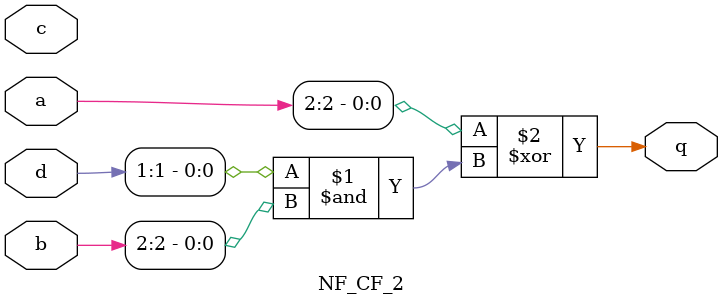
<source format=v>
/*- 
* -----------------------------------------------------------------
* COMPANY : Shandong University
* AUTHOR  : Yanhong Fan, Chaoran Wang, Lixuan Wu, Meiqin Wang
* DOCUMENT: "A Fast Search Method for 3-Share Second-Order Masking Schemes for Lightweight S-Boxes"  
* -----------------------------------------------------------------
* 
* Copyright c 2024, Yanhong Fan, Chaoran Wang, Lixuan Wu, Meiqin Wang
* 
* 
* All rights reserved.
* 
* THIS SOFTWARE IS PROVIDED BY THE COPYRIGHT HOLDERS AND CONTRIBUTORS "AS IS" AND
* ANY EXPRESS OR IMPLIED WARRANTIES, INCLUDING, BUT NOT LIMITED TO, THE IMPLIED
* WARRANTIES OF MERCHANTABILITY AND FITNESS FOR A PARTICULAR PURPOSE ARE
* DISCLAIMED. IN NO EVENT SHALL THE COPYRIGHT HOLDER OR CONTRIBUTERS BE LIABLE FOR ANY
* DIRECT, INDIRECT, INCIDENTAL, SPECIAL, EXEMPLARY, OR CONSEQUENTIAL DAMAGES
* INCLUDING, BUT NOT LIMITED TO, PROCUREMENT OF SUBSTITUTE GOODS OR SERVICES;
* LOSS OF USE, DATA, OR PROFITS; OR BUSINESS INTERRUPTION HOWEVER CAUSED AND
* ON ANY THEORY OF LIABILITY, WHETHER IN CONTRACT, STRICT LIABILITY, OR TORT
* INCLUDING NEGLIGENCE OR OTHERWISE ARISING IN ANY WAY OUT OF THE USE OF THIS
* SOFTWARE, EVEN IF ADVISED OF THE POSSIBILITY OF SUCH DAMAGE.
* 
* Please see LICENSE and README for license and further instructions.
*/

module NF_CF_2(
    input [3:1] a,
    input [3:1] b,
    input [3:1] c,
    input [3:1] d,
    output q 
	 );
	 
	parameter num = 1;
	 
	generate

		if(num==0) begin
			assign q = (d[1]&b[1])^1;
		end
		if(num==1) begin
			assign q = a[2] ^ (d[1]&b[2]);
		end
		if(num==2) begin
			assign q = b[3] ^ (d[1]&b[3]);
		end
		if(num==3) begin
			assign q = a[1] ^ (d[2]&b[1]);
		end
		if(num==4) begin
			assign q = b[2] ^(d[2]&b[2]);
		end
		if(num==5) begin
			assign q = (d[2]&b[3]);
		end
		if(num==6) begin
			assign q = (d[3]&b[1]);
		end
		if(num==7) begin
			assign q = b[2] ^ (d[3]&b[2]);
		end
		if(num==8) begin
			assign q = a[3] ^ b[3] ^ (d[3]&b[3]);
		end
		if(num==9) begin
			assign q = 1 ^ (d[1]&c[1]);
		end
		if(num==10) begin
			assign q = b[2] ^ (d[1]&c[2]);
		end
		if(num==11) begin
			assign q = c[3] ^ (d[1]&c[3]);
		end
		if(num==12) begin
			assign q = b[1] ^ (d[2]&c[1]);
		end
		if(num==13) begin
			assign q =c[2]^(d[2]&c[2]);
		end
		if(num==14) begin
			assign q = (d[2]&c[3]);
		end
		if(num==15) begin
			assign q = (d[3]&c[1]);
		end
		if(num==16) begin
			assign q = (d[3]&c[2])^c[2];
		end
		if(num==17) begin
			assign q = b[3] ^ c[3] ^ (d[3]&c[3]);
		end
		


	endgenerate


endmodule

</source>
